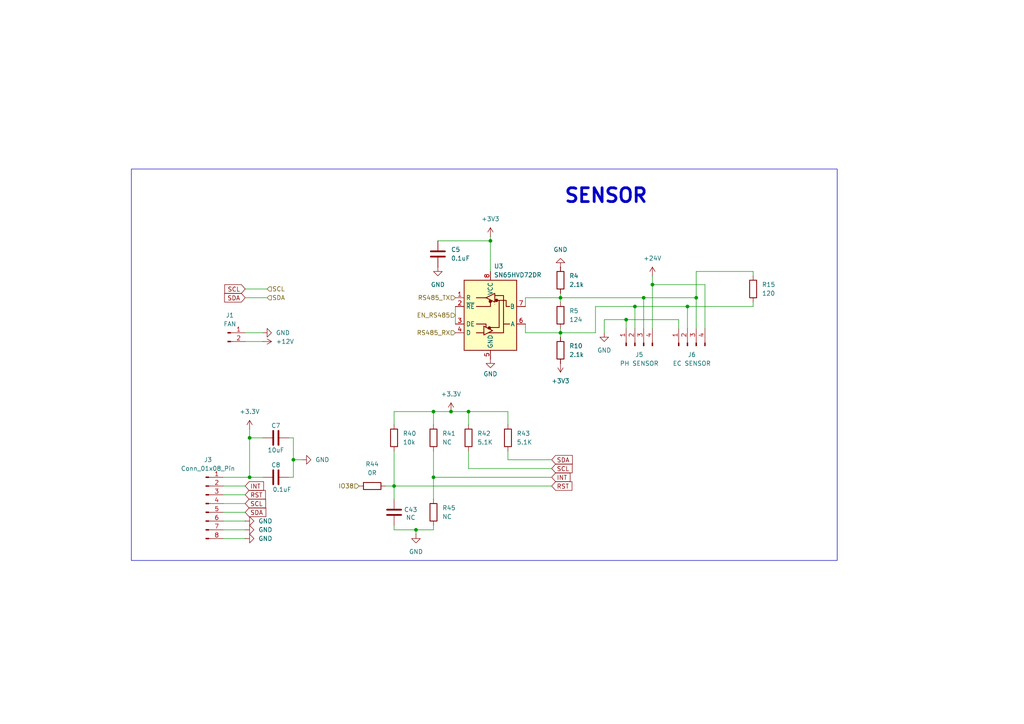
<source format=kicad_sch>
(kicad_sch (version 20231120) (generator "eeschema") (generator_version "8.0")
  (paper "A4")
  (lib_symbols
    (symbol "Connector:Conn_01x02_Pin" (pin_names (offset 1.016) hide)
      (property "Reference" "J" (at 0 2.54 0))
      (property "Value" "Conn_01x02_Pin" (at 0 -5.08 0))
      (symbol "Conn_01x02_Pin_1_1"
        (polyline (pts (xy 1.27 -2.54) (xy 0.8636 -2.54)) (stroke (width 0.1524)))
        (polyline (pts (xy 1.27 0) (xy 0.8636 0)) (stroke (width 0.1524)))
        (rectangle (start 0.8636 -2.413) (end 0 -2.667) (stroke (width 0.1524)) (fill (type outline)))
        (rectangle (start 0.8636 0.127) (end 0 -0.127) (stroke (width 0.1524)) (fill (type outline)))
        (pin passive line (at 5.08 0 180) (length 3.81) (name "Pin_1") (number "1"))
        (pin passive line (at 5.08 -2.54 180) (length 3.81) (name "Pin_2") (number "2"))
      )
    )
    (symbol "Connector:Conn_01x04_Pin" (pin_names (offset 1.016) hide)
      (property "Reference" "J" (at 0 5.08 0))
      (property "Value" "Conn_01x04_Pin" (at 0 -7.62 0))
      (symbol "Conn_01x04_Pin_1_1"
        (polyline (pts (xy 1.27 -5.08) (xy 0.8636 -5.08)) (stroke (width 0.1524)))
        (polyline (pts (xy 1.27 -2.54) (xy 0.8636 -2.54)) (stroke (width 0.1524)))
        (polyline (pts (xy 1.27 0) (xy 0.8636 0)) (stroke (width 0.1524)))
        (polyline (pts (xy 1.27 2.54) (xy 0.8636 2.54)) (stroke (width 0.1524)))
        (rectangle (start 0.8636 -4.953) (end 0 -5.207) (stroke (width 0.1524)) (fill (type outline)))
        (rectangle (start 0.8636 -2.413) (end 0 -2.667) (stroke (width 0.1524)) (fill (type outline)))
        (rectangle (start 0.8636 0.127) (end 0 -0.127) (stroke (width 0.1524)) (fill (type outline)))
        (rectangle (start 0.8636 2.667) (end 0 2.413) (stroke (width 0.1524)) (fill (type outline)))
        (pin passive line (at 5.08 2.54 180) (length 3.81) (name "Pin_1") (number "1"))
        (pin passive line (at 5.08 0 180) (length 3.81) (name "Pin_2") (number "2"))
        (pin passive line (at 5.08 -2.54 180) (length 3.81) (name "Pin_3") (number "3"))
        (pin passive line (at 5.08 -5.08 180) (length 3.81) (name "Pin_4") (number "4"))
      )
    )
    (symbol "Connector:Conn_01x08_Pin" (pin_names (offset 1.016) hide)
      (property "Reference" "J" (at 0 10.16 0))
      (property "Value" "Conn_01x08_Pin" (at 0 -12.7 0))
      (symbol "Conn_01x08_Pin_1_1"
        (polyline (pts (xy 1.27 -10.16) (xy 0.8636 -10.16)) (stroke (width 0.1524)))
        (polyline (pts (xy 1.27 -7.62) (xy 0.8636 -7.62)) (stroke (width 0.1524)))
        (polyline (pts (xy 1.27 -5.08) (xy 0.8636 -5.08)) (stroke (width 0.1524)))
        (polyline (pts (xy 1.27 -2.54) (xy 0.8636 -2.54)) (stroke (width 0.1524)))
        (polyline (pts (xy 1.27 0) (xy 0.8636 0)) (stroke (width 0.1524)))
        (polyline (pts (xy 1.27 2.54) (xy 0.8636 2.54)) (stroke (width 0.1524)))
        (polyline (pts (xy 1.27 5.08) (xy 0.8636 5.08)) (stroke (width 0.1524)))
        (polyline (pts (xy 1.27 7.62) (xy 0.8636 7.62)) (stroke (width 0.1524)))
        (rectangle (start 0.8636 -10.033) (end 0 -10.287) (stroke (width 0.1524)) (fill (type outline)))
        (rectangle (start 0.8636 -7.493) (end 0 -7.747) (stroke (width 0.1524)) (fill (type outline)))
        (rectangle (start 0.8636 -4.953) (end 0 -5.207) (stroke (width 0.1524)) (fill (type outline)))
        (rectangle (start 0.8636 -2.413) (end 0 -2.667) (stroke (width 0.1524)) (fill (type outline)))
        (rectangle (start 0.8636 0.127) (end 0 -0.127) (stroke (width 0.1524)) (fill (type outline)))
        (rectangle (start 0.8636 2.667) (end 0 2.413) (stroke (width 0.1524)) (fill (type outline)))
        (rectangle (start 0.8636 5.207) (end 0 4.953) (stroke (width 0.1524)) (fill (type outline)))
        (rectangle (start 0.8636 7.747) (end 0 7.493) (stroke (width 0.1524)) (fill (type outline)))
        (pin passive line (at 5.08 7.62 180) (length 3.81) (name "Pin_1") (number "1"))
        (pin passive line (at 5.08 5.08 180) (length 3.81) (name "Pin_2") (number "2"))
        (pin passive line (at 5.08 2.54 180) (length 3.81) (name "Pin_3") (number "3"))
        (pin passive line (at 5.08 0 180) (length 3.81) (name "Pin_4") (number "4"))
        (pin passive line (at 5.08 -2.54 180) (length 3.81) (name "Pin_5") (number "5"))
        (pin passive line (at 5.08 -5.08 180) (length 3.81) (name "Pin_6") (number "6"))
        (pin passive line (at 5.08 -7.62 180) (length 3.81) (name "Pin_7") (number "7"))
        (pin passive line (at 5.08 -10.16 180) (length 3.81) (name "Pin_8") (number "8"))
      )
    )
    (symbol "Device:C" (pin_numbers hide) (pin_names (offset 0.254))
      (property "Reference" "C" (at 0.635 2.54 0))
      (property "Value" "C" (at 0.635 -2.54 0))
      (symbol "C_0_1"
        (polyline (pts (xy -2.032 -0.762) (xy 2.032 -0.762)) (stroke (width 0.508)))
        (polyline (pts (xy -2.032 0.762) (xy 2.032 0.762)) (stroke (width 0.508)))
      )
      (symbol "C_1_1"
        (pin passive line (at 0 3.81 270) (length 2.794) (name "~") (number "1"))
        (pin passive line (at 0 -3.81 90) (length 2.794) (name "~") (number "2"))
      )
    )
    (symbol "Device:R" (pin_numbers hide) (pin_names (offset 0))
      (property "Reference" "R" (at 2.032 0 90))
      (property "Value" "R" (at 0 0 90))
      (symbol "R_0_1"
        (rectangle (start -1.016 -2.54) (end 1.016 2.54) (stroke (width 0.254)))
      )
      (symbol "R_1_1"
        (pin passive line (at 0 3.81 270) (length 1.27) (name "~") (number "1"))
        (pin passive line (at 0 -3.81 90) (length 1.27) (name "~") (number "2"))
      )
    )
    (symbol "Interface_UART:SN65HVD11HD"
      (property "Reference" "U" (at -7.62 12.7 0))
      (property "Value" "SN65HVD11HD" (at 2.54 12.7 0))
      (symbol "SN65HVD11HD_0_1"
        (rectangle (start -7.62 10.16) (end 7.62 -10.16) (stroke (width 0.254)) (fill (type background)))
        (circle (center -0.3048 -3.683) (radius 0.3556) (stroke (width 0.254)) (fill (type outline)))
        (circle (center -0.0254 4.0386) (radius 0.3556) (stroke (width 0.254)) (fill (type outline)))
        (polyline (pts (xy -4.064 -5.08) (xy -1.905 -5.08)) (stroke (width 0.254)))
        (polyline (pts (xy -4.064 5.08) (xy -1.27 5.08)) (stroke (width 0.254)))
        (polyline (pts (xy -1.27 -3.2004) (xy -1.27 -3.4544)) (stroke (width 0.254)))
        (polyline (pts (xy -4.064 -2.54) (xy -1.27 -2.54) (xy -1.27 -3.175)) (stroke (width 0.254)))
        (polyline (pts (xy 0 3.81) (xy 0 2.54) (xy -4.064 2.54)) (stroke (width 0.254)))
        (polyline (pts (xy 1.27 5.715) (xy 3.81 5.715) (xy 3.81 -2.54)) (stroke (width 0.254)))
        (polyline (pts (xy 2.54 4.318) (xy 2.54 -3.556) (xy -0.254 -3.556)) (stroke (width 0.254)))
        (polyline (pts (xy -1.905 -3.175) (xy -1.905 -5.715) (xy 0.635 -4.445) (xy -1.905 -3.175)) (stroke (width 0.254)))
        (polyline (pts (xy -1.27 5.08) (xy 1.27 6.35) (xy 1.27 3.81) (xy -1.27 5.08)) (stroke (width 0.254)))
        (polyline (pts (xy -0.508 -5.08) (xy 3.81 -5.08) (xy 3.81 -2.54) (xy 5.588 -2.54)) (stroke (width 0.254)))
        (polyline (pts (xy 2.032 4.318) (xy 4.572 4.318) (xy 4.572 2.54) (xy 5.588 2.54)) (stroke (width 0.254)))
        (rectangle (start 1.27 3.175) (end 1.27 3.175))
        (circle (center 1.778 4.318) (radius 0.3556) (stroke (width 0.254)) (fill (type outline)))
      )
      (symbol "SN65HVD11HD_1_1"
        (pin output line (at -10.16 5.08 0) (length 2.54) (name "R") (number "1"))
        (pin input line (at -10.16 2.54 0) (length 2.54) (name "~{RE}") (number "2"))
        (pin input line (at -10.16 -2.54 0) (length 2.54) (name "DE") (number "3"))
        (pin input line (at -10.16 -5.08 0) (length 2.54) (name "D") (number "4"))
        (pin power_in line (at 0 -12.7 90) (length 2.54) (name "GND") (number "5"))
        (pin bidirectional line (at 10.16 -2.54 180) (length 2.54) (name "A") (number "6"))
        (pin bidirectional line (at 10.16 2.54 180) (length 2.54) (name "B") (number "7"))
        (pin power_in line (at 0 12.7 270) (length 2.54) (name "VCC") (number "8"))
      )
    )
    (symbol "power:+12V" (power) (pin_numbers hide) (pin_names (offset 0) hide)
      (property "Value" "+12V" (at 0 3.556 0))
      (symbol "+12V_0_1"
        (polyline (pts (xy -0.762 1.27) (xy 0 2.54)))
        (polyline (pts (xy 0 0) (xy 0 2.54)))
        (polyline (pts (xy 0 2.54) (xy 0.762 1.27)))
      )
      (symbol "+12V_1_1"
        (pin power_in line (at 0 0 90) (length 0) (name "~") (number "1"))
      )
    )
    (symbol "power:+24V" (power) (pin_numbers hide) (pin_names (offset 0) hide)
      (property "Value" "+24V" (at 0 3.556 0))
      (symbol "+24V_0_1"
        (polyline (pts (xy -0.762 1.27) (xy 0 2.54)))
        (polyline (pts (xy 0 0) (xy 0 2.54)))
        (polyline (pts (xy 0 2.54) (xy 0.762 1.27)))
      )
      (symbol "+24V_1_1"
        (pin power_in line (at 0 0 90) (length 0) (name "~") (number "1"))
      )
    )
    (symbol "power:+3.3V" (power) (pin_numbers hide) (pin_names (offset 0) hide)
      (property "Value" "+3.3V" (at 0 3.556 0))
      (symbol "+3.3V_0_1"
        (polyline (pts (xy -0.762 1.27) (xy 0 2.54)))
        (polyline (pts (xy 0 0) (xy 0 2.54)))
        (polyline (pts (xy 0 2.54) (xy 0.762 1.27)))
      )
      (symbol "+3.3V_1_1"
        (pin power_in line (at 0 0 90) (length 0) (name "~") (number "1"))
      )
    )
    (symbol "power:+3V3" (power) (pin_numbers hide) (pin_names (offset 0) hide)
      (property "Value" "+3V3" (at 0 3.556 0))
      (symbol "+3V3_0_1"
        (polyline (pts (xy -0.762 1.27) (xy 0 2.54)))
        (polyline (pts (xy 0 0) (xy 0 2.54)))
        (polyline (pts (xy 0 2.54) (xy 0.762 1.27)))
      )
      (symbol "+3V3_1_1"
        (pin power_in line (at 0 0 90) (length 0) (name "~") (number "1"))
      )
    )
    (symbol "power:GND" (power) (pin_numbers hide) (pin_names (offset 0) hide)
      (property "Value" "GND" (at 0 -3.81 0))
      (symbol "GND_0_1"
        (polyline (pts (xy 0 0) (xy 0 -1.27) (xy 1.27 -1.27) (xy 0 -2.54) (xy -1.27 -1.27) (xy 0 -1.27)))
      )
      (symbol "GND_1_1"
        (pin power_in line (at 0 0 270) (length 0) (name "~") (number "1"))
      )
    )
  )
  (junction (at 72.39 138.43))
  (junction (at 199.39 88.9))
  (junction (at 184.15 88.9))
  (junction (at 114.3 140.97))
  (junction (at 181.61 92.71))
  (junction (at 72.39 127))
  (junction (at 120.65 153.67))
  (junction (at 162.56 86.36))
  (junction (at 189.23 82.55))
  (junction (at 135.89 119.38))
  (junction (at 162.56 96.52))
  (junction (at 125.73 119.38))
  (junction (at 130.81 119.38))
  (junction (at 186.69 86.36))
  (junction (at 85.09 133.35))
  (junction (at 142.24 69.85))
  (junction (at 125.73 138.43))
  (junction (at 201.93 86.36))
  (wire (pts (xy 114.3 123.19) (xy 114.3 119.38)))
  (wire (pts (xy 184.15 88.9) (xy 184.15 95.25)))
  (wire (pts (xy 162.56 96.52) (xy 162.56 97.79)))
  (wire (pts (xy 162.56 85.09) (xy 162.56 86.36)))
  (wire (pts (xy 71.12 86.36) (xy 77.47 86.36)))
  (wire (pts (xy 114.3 130.81) (xy 114.3 140.97)))
  (wire (pts (xy 152.4 96.52) (xy 162.56 96.52)))
  (wire (pts (xy 135.89 130.81) (xy 135.89 135.89)))
  (wire (pts (xy 125.73 119.38) (xy 130.81 119.38)))
  (wire (pts (xy 152.4 93.98) (xy 152.4 96.52)))
  (wire (pts (xy 72.39 138.43) (xy 76.2 138.43)))
  (wire (pts (xy 71.12 83.82) (xy 77.47 83.82)))
  (wire (pts (xy 64.77 138.43) (xy 72.39 138.43)))
  (wire (pts (xy 85.09 127) (xy 85.09 133.35)))
  (wire (pts (xy 184.15 88.9) (xy 172.72 88.9)))
  (wire (pts (xy 114.3 153.67) (xy 114.3 152.4)))
  (wire (pts (xy 64.77 153.67) (xy 71.12 153.67)))
  (wire (pts (xy 64.77 140.97) (xy 71.12 140.97)))
  (wire (pts (xy 132.08 88.9) (xy 132.08 93.98)))
  (wire (pts (xy 218.44 88.9) (xy 218.44 87.63)))
  (wire (pts (xy 125.73 119.38) (xy 125.73 123.19)))
  (wire (pts (xy 64.77 143.51) (xy 71.12 143.51)))
  (wire (pts (xy 142.24 68.58) (xy 142.24 69.85)))
  (wire (pts (xy 125.73 153.67) (xy 125.73 152.4)))
  (wire (pts (xy 201.93 78.74) (xy 201.93 86.36)))
  (wire (pts (xy 127 69.85) (xy 142.24 69.85)))
  (wire (pts (xy 172.72 96.52) (xy 162.56 96.52)))
  (wire (pts (xy 125.73 138.43) (xy 160.02 138.43)))
  (wire (pts (xy 114.3 153.67) (xy 120.65 153.67)))
  (wire (pts (xy 218.44 88.9) (xy 199.39 88.9)))
  (wire (pts (xy 125.73 138.43) (xy 125.73 144.78)))
  (wire (pts (xy 64.77 156.21) (xy 71.12 156.21)))
  (wire (pts (xy 120.65 153.67) (xy 125.73 153.67)))
  (wire (pts (xy 72.39 127) (xy 76.2 127)))
  (wire (pts (xy 218.44 80.01) (xy 218.44 78.74)))
  (wire (pts (xy 135.89 119.38) (xy 130.81 119.38)))
  (wire (pts (xy 125.73 130.81) (xy 125.73 138.43)))
  (wire (pts (xy 181.61 92.71) (xy 196.85 92.71)))
  (wire (pts (xy 196.85 92.71) (xy 196.85 95.25)))
  (wire (pts (xy 71.12 96.52) (xy 76.2 96.52)))
  (wire (pts (xy 135.89 135.89) (xy 160.02 135.89)))
  (wire (pts (xy 120.65 153.67) (xy 120.65 154.94)))
  (wire (pts (xy 147.32 119.38) (xy 135.89 119.38)))
  (wire (pts (xy 64.77 151.13) (xy 71.12 151.13)))
  (wire (pts (xy 204.47 82.55) (xy 204.47 95.25)))
  (wire (pts (xy 199.39 88.9) (xy 199.39 95.25)))
  (wire (pts (xy 181.61 92.71) (xy 181.61 95.25)))
  (wire (pts (xy 111.76 140.97) (xy 114.3 140.97)))
  (wire (pts (xy 64.77 148.59) (xy 71.12 148.59)))
  (wire (pts (xy 172.72 88.9) (xy 172.72 96.52)))
  (wire (pts (xy 114.3 140.97) (xy 160.02 140.97)))
  (wire (pts (xy 114.3 140.97) (xy 114.3 144.78)))
  (wire (pts (xy 85.09 138.43) (xy 83.82 138.43)))
  (wire (pts (xy 147.32 123.19) (xy 147.32 119.38)))
  (wire (pts (xy 218.44 78.74) (xy 201.93 78.74)))
  (wire (pts (xy 85.09 138.43) (xy 85.09 133.35)))
  (wire (pts (xy 175.26 92.71) (xy 175.26 96.52)))
  (wire (pts (xy 71.12 99.06) (xy 76.2 99.06)))
  (wire (pts (xy 147.32 133.35) (xy 160.02 133.35)))
  (wire (pts (xy 189.23 82.55) (xy 204.47 82.55)))
  (wire (pts (xy 181.61 92.71) (xy 175.26 92.71)))
  (wire (pts (xy 189.23 95.25) (xy 189.23 82.55)))
  (wire (pts (xy 72.39 127) (xy 72.39 138.43)))
  (wire (pts (xy 162.56 86.36) (xy 162.56 87.63)))
  (wire (pts (xy 147.32 130.81) (xy 147.32 133.35)))
  (wire (pts (xy 162.56 95.25) (xy 162.56 96.52)))
  (wire (pts (xy 199.39 88.9) (xy 184.15 88.9)))
  (wire (pts (xy 85.09 133.35) (xy 87.63 133.35)))
  (wire (pts (xy 186.69 86.36) (xy 162.56 86.36)))
  (wire (pts (xy 135.89 123.19) (xy 135.89 119.38)))
  (wire (pts (xy 114.3 119.38) (xy 125.73 119.38)))
  (wire (pts (xy 189.23 80.01) (xy 189.23 82.55)))
  (wire (pts (xy 72.39 127) (xy 72.39 124.46)))
  (wire (pts (xy 201.93 86.36) (xy 201.93 95.25)))
  (wire (pts (xy 142.24 69.85) (xy 142.24 78.74)))
  (wire (pts (xy 152.4 86.36) (xy 152.4 88.9)))
  (wire (pts (xy 85.09 127) (xy 83.82 127)))
  (wire (pts (xy 152.4 86.36) (xy 162.56 86.36)))
  (wire (pts (xy 64.77 146.05) (xy 71.12 146.05)))
  (wire (pts (xy 201.93 86.36) (xy 186.69 86.36)))
  (wire (pts (xy 186.69 86.36) (xy 186.69 95.25)))
  (rectangle (start 38.1 49.022) (end 242.824 162.56))
  (text "SENSOR\n" (at 175.768 56.896 0) (effects (font (size 4 4) (bold yes))))
  (global_label "SCL" (shape input) (at 71.12 146.05 0) (property "Intersheetrefs" "${INTERSHEET_REFS}" (effects (hide yes))))
  (global_label "SCL" (shape input) (at 160.02 135.89 0) (property "Intersheetrefs" "${INTERSHEET_REFS}" (effects (hide yes))))
  (global_label "SDA" (shape input) (at 71.12 86.36 180) (property "Intersheetrefs" "${INTERSHEET_REFS}" (effects (hide yes))))
  (global_label "INT" (shape input) (at 160.02 138.43 0) (property "Intersheetrefs" "${INTERSHEET_REFS}" (effects (hide yes))))
  (global_label "SDA" (shape input) (at 71.12 148.59 0) (property "Intersheetrefs" "${INTERSHEET_REFS}" (effects (hide yes))))
  (global_label "SDA" (shape input) (at 160.02 133.35 0) (property "Intersheetrefs" "${INTERSHEET_REFS}" (effects (hide yes))))
  (global_label "INT" (shape input) (at 71.12 140.97 0) (property "Intersheetrefs" "${INTERSHEET_REFS}" (effects (hide yes))))
  (global_label "RST" (shape input) (at 71.12 143.51 0) (property "Intersheetrefs" "${INTERSHEET_REFS}" (effects (hide yes))))
  (global_label "SCL" (shape input) (at 71.12 83.82 180) (property "Intersheetrefs" "${INTERSHEET_REFS}" (effects (hide yes))))
  (global_label "RST" (shape input) (at 160.02 140.97 0) (property "Intersheetrefs" "${INTERSHEET_REFS}" (effects (hide yes))))
  (hierarchical_label "IO38" (shape input) (at 104.14 140.97 180))
  (hierarchical_label "SCL" (shape input) (at 77.47 83.82 0))
  (hierarchical_label "SDA" (shape input) (at 77.47 86.36 0))
  (hierarchical_label "RS485_TX" (shape input) (at 132.08 86.36 180))
  (hierarchical_label "RS485_RX" (shape input) (at 132.08 96.52 180))
  (hierarchical_label "EN_RS485" (shape input) (at 132.08 91.44 180))
  (symbol (lib_id "power:GND") (at 142.24 104.14 0) (unit 1)
    (property "Reference" "#PWR022" (effects (hide yes)))
    (property "Value" "GND" (at 142.24 108.458 0))
    (property "Description" "Power symbol creates a global label with name \"GND\" , ground" (effects (hide yes)))
  )
  (symbol (lib_id "power:+12V") (at 76.2 99.06 270) (unit 1)
    (property "Reference" "#PWR08" (effects (hide yes)))
    (property "Value" "+12V" (at 80.01 99.0599 90) (effects (justify left)))
    (property "Description" "Power symbol creates a global label with name \"+12V\"" (effects (hide yes)))
  )
  (symbol (lib_id "Device:R") (at 147.32 127 180) (unit 1)
    (property "Reference" "R43" (at 149.86 125.7299 0) (effects (justify right)))
    (property "Value" "5.1K" (at 149.86 128.2699 0) (effects (justify right)))
    (property "Footprint" "Resistor_SMD:R_0402_1005Metric" (effects (hide yes)))
    (property "Description" "62.5mW Thick Film Resistors 50V ±100ppm/℃ ±1% 10kΩ 0402" (effects (hide yes)))
    (property "MFR" "0402WGF1002TCE" (effects (hide yes)))
    (property "LCSC" "C25744" (effects (hide yes)))
  )
  (symbol (lib_id "power:GND") (at 162.56 77.47 180) (unit 1)
    (property "Reference" "#PWR023" (effects (hide yes)))
    (property "Value" "GND" (at 162.56 72.39 0))
    (property "Description" "Power symbol creates a global label with name \"GND\" , ground" (effects (hide yes)))
  )
  (symbol (lib_id "power:GND") (at 127 77.47 0) (unit 1)
    (property "Reference" "#PWR020" (effects (hide yes)))
    (property "Value" "GND" (at 127 82.55 0))
    (property "Description" "Power symbol creates a global label with name \"GND\" , ground" (effects (hide yes)))
  )
  (symbol (lib_id "Device:C") (at 114.3 148.59 180) (unit 1)
    (property "Reference" "C43" (at 119.126 147.828 0))
    (property "Value" "NC" (at 119.126 150.114 0))
    (property "Description" "Unpolarized capacitor" (effects (hide yes)))
  )
  (symbol (lib_id "Device:R") (at 107.95 140.97 270) (unit 1)
    (property "Reference" "R44" (at 107.95 134.62 90))
    (property "Value" "0R" (at 107.95 137.16 90))
    (property "Footprint" "Resistor_SMD:R_0402_1005Metric" (effects (hide yes)))
    (property "Description" "62.5mW Thick Film Resistors 50V ±100ppm/℃ ±1% 10kΩ 0402" (effects (hide yes)))
    (property "MFR" "0402WGF1002TCE" (effects (hide yes)))
    (property "LCSC" "C25744" (effects (hide yes)))
  )
  (symbol (lib_id "power:GND") (at 71.12 156.21 90) (unit 1)
    (property "Reference" "#PWR027" (effects (hide yes)))
    (property "Value" "GND" (at 74.93 156.2099 90) (effects (justify right)))
    (property "Description" "Power symbol creates a global label with name \"GND\" , ground" (effects (hide yes)))
  )
  (symbol (lib_id "power:GND") (at 76.2 96.52 90) (unit 1)
    (property "Reference" "#PWR09" (effects (hide yes)))
    (property "Value" "GND" (at 80.01 96.5199 90) (effects (justify right)))
    (property "Description" "Power symbol creates a global label with name \"GND\" , ground" (effects (hide yes)))
  )
  (symbol (lib_id "Connector:Conn_01x02_Pin") (at 66.04 96.52 0) (unit 1)
    (property "Reference" "J1" (at 66.675 91.44 0))
    (property "Value" "FAN" (at 66.675 93.98 0))
    (property "Footprint" "Connector_Phoenix_MC:PhoenixContact_MCV_1,5_2-G-3.5_1x02_P3.50mm_Vertical" (effects (hide yes)))
    (property "Description" "Generic connector, single row, 01x02, script generated" (effects (hide yes)))
  )
  (symbol (lib_id "power:+3.3V") (at 130.81 119.38 0) (unit 1)
    (property "Reference" "#PWR044" (effects (hide yes)))
    (property "Value" "+3.3V" (at 130.81 114.3 0))
    (property "Description" "Power symbol creates a global label with name \"+3.3V\"" (effects (hide yes)))
  )
  (symbol (lib_id "Device:R") (at 162.56 91.44 180) (unit 1)
    (property "Reference" "R5" (at 165.1 90.1699 0) (effects (justify right)))
    (property "Value" "124" (at 165.1 92.7099 0) (effects (justify right)))
    (property "Footprint" "Resistor_SMD:R_0402_1005Metric" (effects (hide yes)))
    (property "Description" "62.5mW Thick Film Resistors 50V ±100ppm/℃ ±1% 10kΩ 0402" (effects (hide yes)))
    (property "MFR" "0402WGF1002TCE" (effects (hide yes)))
    (property "LCSC" "C25744" (effects (hide yes)))
  )
  (symbol (lib_id "Connector:Conn_01x08_Pin") (at 59.69 146.05 0) (unit 1)
    (property "Reference" "J3" (at 60.325 133.35 0))
    (property "Value" "Conn_01x08_Pin" (at 60.325 135.89 0))
    (property "Description" "Generic connector, single row, 01x08, script generated" (effects (hide yes)))
  )
  (symbol (lib_id "Interface_UART:SN65HVD11HD") (at 142.24 91.44 0) (unit 1)
    (property "Reference" "U3" (at 143.256 77.216 0) (effects (justify left)))
    (property "Value" "SN65HVD72DR" (at 143.256 79.756 0) (effects (justify left)))
    (property "Footprint" "Package_SO:SOIC-8_3.9x4.9mm_P1.27mm" (effects (hide yes)))
    (property "Datasheet" "https://wmsc.lcsc.com/wmsc/upload/file/pdf/v2/lcsc/1810161612_Texas-Instruments-SN65HVD72DR_C48125.pdf" (effects (hide yes)))
    (property "Description" "3.3V, RS-485 Transceiver, SOIC-8" (effects (hide yes)))
    (property "LCSC" " C48125" (effects (hide yes)))
    (property "MFR.Part" "SN65HVD72DR" (effects (hide yes)))
  )
  (symbol (lib_id "Device:R") (at 114.3 127 180) (unit 1)
    (property "Reference" "R40" (at 116.84 125.7299 0) (effects (justify right)))
    (property "Value" "10k" (at 116.84 128.2699 0) (effects (justify right)))
    (property "Footprint" "Resistor_SMD:R_0402_1005Metric" (effects (hide yes)))
    (property "Description" "62.5mW Thick Film Resistors 50V ±100ppm/℃ ±1% 10kΩ 0402" (effects (hide yes)))
    (property "MFR" "0402WGF1002TCE" (effects (hide yes)))
    (property "LCSC" "C25744" (effects (hide yes)))
  )
  (symbol (lib_id "Device:C") (at 127 73.66 0) (unit 1)
    (property "Reference" "C5" (at 130.81 72.3899 0) (effects (justify left)))
    (property "Value" "0.1uF" (at 130.81 74.9299 0) (effects (justify left)))
    (property "Footprint" "Capacitor_SMD:C_0402_1005Metric" (effects (hide yes)))
    (property "Description" "50V 100nF X7R ±10% 0402" (effects (hide yes)))
    (property "MFR" "CL05B104KB54PNC" (effects (hide yes)))
    (property "LCSC" "C307331" (effects (hide yes)))
  )
  (symbol (lib_id "Device:R") (at 135.89 127 180) (unit 1)
    (property "Reference" "R42" (at 138.43 125.7299 0) (effects (justify right)))
    (property "Value" "5.1K" (at 138.43 128.2699 0) (effects (justify right)))
    (property "Footprint" "Resistor_SMD:R_0402_1005Metric" (effects (hide yes)))
    (property "Description" "62.5mW Thick Film Resistors 50V ±100ppm/℃ ±1% 10kΩ 0402" (effects (hide yes)))
    (property "MFR" "0402WGF1002TCE" (effects (hide yes)))
    (property "LCSC" "C25744" (effects (hide yes)))
  )
  (symbol (lib_id "Device:R") (at 125.73 148.59 0) (unit 1)
    (property "Reference" "R45" (at 128.27 147.3199 0) (effects (justify left)))
    (property "Value" "NC" (at 128.27 149.8599 0) (effects (justify left)))
    (property "Footprint" "Resistor_SMD:R_0402_1005Metric" (effects (hide yes)))
    (property "Description" "62.5mW Thick Film Resistors 50V ±100ppm/℃ ±1% 10kΩ 0402" (effects (hide yes)))
    (property "MFR" "0402WGF1002TCE" (effects (hide yes)))
    (property "LCSC" "C25744" (effects (hide yes)))
  )
  (symbol (lib_id "power:GND") (at 87.63 133.35 90) (unit 1)
    (property "Reference" "#PWR029" (effects (hide yes)))
    (property "Value" "GND" (at 91.44 133.3499 90) (effects (justify right)))
    (property "Description" "Power symbol creates a global label with name \"GND\" , ground" (effects (hide yes)))
  )
  (symbol (lib_id "Device:R") (at 218.44 83.82 180) (unit 1)
    (property "Reference" "R15" (at 220.98 82.5499 0) (effects (justify right)))
    (property "Value" "120" (at 220.98 85.0899 0) (effects (justify right)))
    (property "Footprint" "Resistor_SMD:R_0402_1005Metric" (effects (hide yes)))
    (property "Description" "62.5mW Thick Film Resistors 50V ±100ppm/℃ ±1% 10kΩ 0402" (effects (hide yes)))
    (property "MFR" "0402WGF1002TCE" (effects (hide yes)))
    (property "LCSC" "C25744" (effects (hide yes)))
  )
  (symbol (lib_id "power:+24V") (at 189.23 80.01 0) (unit 1)
    (property "Reference" "#PWR02" (effects (hide yes)))
    (property "Value" "+24V" (at 189.23 74.93 0))
    (property "Description" "Power symbol creates a global label with name \"+24V\"" (effects (hide yes)))
  )
  (symbol (lib_id "Connector:Conn_01x04_Pin") (at 184.15 100.33 90) (unit 1)
    (property "Reference" "J5" (at 185.42 102.87 90))
    (property "Value" "PH SENSOR" (at 185.42 105.41 90))
    (property "Footprint" "Connector_Phoenix_MC:PhoenixContact_MCV_1,5_4-G-3.81_1x04_P3.81mm_Vertical" (effects (hide yes)))
    (property "Description" "Generic connector, single row, 01x04, script generated" (effects (hide yes)))
  )
  (symbol (lib_id "power:GND") (at 175.26 96.52 0) (unit 1)
    (property "Reference" "#PWR025" (effects (hide yes)))
    (property "Value" "GND" (at 175.26 101.6 0))
    (property "Description" "Power symbol creates a global label with name \"GND\" , ground" (effects (hide yes)))
  )
  (symbol (lib_id "Device:C") (at 80.01 127 90) (unit 1)
    (property "Reference" "C7" (at 80.01 123.444 90))
    (property "Value" "10uF" (at 80.01 130.556 90))
    (property "Description" "Unpolarized capacitor" (effects (hide yes)))
  )
  (symbol (lib_id "power:GND") (at 120.65 154.94 0) (unit 1)
    (property "Reference" "#PWR045" (effects (hide yes)))
    (property "Value" "GND" (at 120.65 160.02 0))
    (property "Description" "Power symbol creates a global label with name \"GND\" , ground" (effects (hide yes)))
  )
  (symbol (lib_id "power:+3.3V") (at 72.39 124.46 0) (unit 1)
    (property "Reference" "#PWR028" (effects (hide yes)))
    (property "Value" "+3.3V" (at 72.39 119.38 0))
    (property "Description" "Power symbol creates a global label with name \"+3.3V\"" (effects (hide yes)))
  )
  (symbol (lib_id "Device:C") (at 80.01 138.43 90) (unit 1)
    (property "Reference" "C8" (at 80.01 134.874 90))
    (property "Value" "0.1uF" (at 81.788 141.986 90))
    (property "Description" "Unpolarized capacitor" (effects (hide yes)))
  )
  (symbol (lib_id "Device:R") (at 125.73 127 180) (unit 1)
    (property "Reference" "R41" (at 128.27 125.7299 0) (effects (justify right)))
    (property "Value" "NC" (at 128.27 128.2699 0) (effects (justify right)))
    (property "Footprint" "Resistor_SMD:R_0402_1005Metric" (effects (hide yes)))
    (property "Description" "62.5mW Thick Film Resistors 50V ±100ppm/℃ ±1% 10kΩ 0402" (effects (hide yes)))
    (property "MFR" "0402WGF1002TCE" (effects (hide yes)))
    (property "LCSC" "C25744" (effects (hide yes)))
  )
  (symbol (lib_id "power:GND") (at 71.12 153.67 90) (unit 1)
    (property "Reference" "#PWR06" (effects (hide yes)))
    (property "Value" "GND" (at 74.93 153.6699 90) (effects (justify right)))
    (property "Description" "Power symbol creates a global label with name \"GND\" , ground" (effects (hide yes)))
  )
  (symbol (lib_id "Connector:Conn_01x04_Pin") (at 199.39 100.33 90) (unit 1)
    (property "Reference" "J6" (at 200.66 102.87 90))
    (property "Value" "EC SENSOR" (at 200.66 105.41 90))
    (property "Footprint" "Connector_Phoenix_MC:PhoenixContact_MCV_1,5_4-G-3.81_1x04_P3.81mm_Vertical" (effects (hide yes)))
    (property "Description" "Generic connector, single row, 01x04, script generated" (effects (hide yes)))
  )
  (symbol (lib_id "power:GND") (at 71.12 151.13 90) (unit 1)
    (property "Reference" "#PWR05" (effects (hide yes)))
    (property "Value" "GND" (at 74.93 151.1299 90) (effects (justify right)))
    (property "Description" "Power symbol creates a global label with name \"GND\" , ground" (effects (hide yes)))
  )
  (symbol (lib_id "power:+3V3") (at 142.24 68.58 0) (unit 1)
    (property "Reference" "#PWR021" (effects (hide yes)))
    (property "Value" "+3V3" (at 142.24 63.5 0))
    (property "Description" "Power symbol creates a global label with name \"+3V3\"" (effects (hide yes)))
  )
  (symbol (lib_id "Device:R") (at 162.56 81.28 180) (unit 1)
    (property "Reference" "R4" (at 165.1 80.0099 0) (effects (justify right)))
    (property "Value" "2.1k" (at 165.1 82.5499 0) (effects (justify right)))
    (property "Footprint" "Resistor_SMD:R_0402_1005Metric" (effects (hide yes)))
    (property "Description" "62.5mW Thick Film Resistors 50V ±100ppm/℃ ±1% 10kΩ 0402" (effects (hide yes)))
    (property "MFR" "0402WGF1002TCE" (effects (hide yes)))
    (property "LCSC" "C25744" (effects (hide yes)))
  )
  (symbol (lib_id "power:+3V3") (at 162.56 105.41 180) (unit 1)
    (property "Reference" "#PWR024" (effects (hide yes)))
    (property "Value" "+3V3" (at 162.56 110.49 0))
    (property "Description" "Power symbol creates a global label with name \"+3V3\"" (effects (hide yes)))
  )
  (symbol (lib_id "Device:R") (at 162.56 101.6 180) (unit 1)
    (property "Reference" "R10" (at 165.1 100.3299 0) (effects (justify right)))
    (property "Value" "2.1k" (at 165.1 102.8699 0) (effects (justify right)))
    (property "Footprint" "Resistor_SMD:R_0402_1005Metric" (effects (hide yes)))
    (property "Description" "62.5mW Thick Film Resistors 50V ±100ppm/℃ ±1% 10kΩ 0402" (effects (hide yes)))
    (property "MFR" "0402WGF1002TCE" (effects (hide yes)))
    (property "LCSC" "C25744" (effects (hide yes)))
  )
)
</source>
